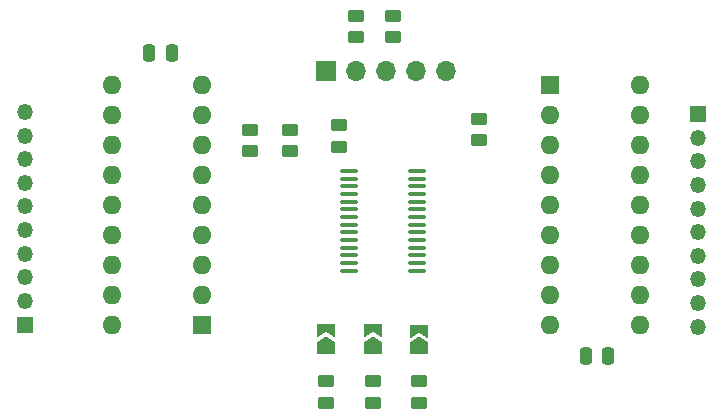
<source format=gbr>
%TF.GenerationSoftware,KiCad,Pcbnew,8.0.4*%
%TF.CreationDate,2024-10-03T18:10:01-05:00*%
%TF.ProjectId,Haptics PWM module,48617074-6963-4732-9050-574d206d6f64,rev?*%
%TF.SameCoordinates,Original*%
%TF.FileFunction,Soldermask,Top*%
%TF.FilePolarity,Negative*%
%FSLAX46Y46*%
G04 Gerber Fmt 4.6, Leading zero omitted, Abs format (unit mm)*
G04 Created by KiCad (PCBNEW 8.0.4) date 2024-10-03 18:10:01*
%MOMM*%
%LPD*%
G01*
G04 APERTURE LIST*
G04 Aperture macros list*
%AMRoundRect*
0 Rectangle with rounded corners*
0 $1 Rounding radius*
0 $2 $3 $4 $5 $6 $7 $8 $9 X,Y pos of 4 corners*
0 Add a 4 corners polygon primitive as box body*
4,1,4,$2,$3,$4,$5,$6,$7,$8,$9,$2,$3,0*
0 Add four circle primitives for the rounded corners*
1,1,$1+$1,$2,$3*
1,1,$1+$1,$4,$5*
1,1,$1+$1,$6,$7*
1,1,$1+$1,$8,$9*
0 Add four rect primitives between the rounded corners*
20,1,$1+$1,$2,$3,$4,$5,0*
20,1,$1+$1,$4,$5,$6,$7,0*
20,1,$1+$1,$6,$7,$8,$9,0*
20,1,$1+$1,$8,$9,$2,$3,0*%
%AMFreePoly0*
4,1,6,1.000000,0.000000,0.500000,-0.750000,-0.500000,-0.750000,-0.500000,0.750000,0.500000,0.750000,1.000000,0.000000,1.000000,0.000000,$1*%
%AMFreePoly1*
4,1,6,0.500000,-0.750000,-0.650000,-0.750000,-0.150000,0.000000,-0.650000,0.750000,0.500000,0.750000,0.500000,-0.750000,0.500000,-0.750000,$1*%
G04 Aperture macros list end*
%ADD10RoundRect,0.250000X0.450000X-0.262500X0.450000X0.262500X-0.450000X0.262500X-0.450000X-0.262500X0*%
%ADD11RoundRect,0.100000X-0.637500X-0.100000X0.637500X-0.100000X0.637500X0.100000X-0.637500X0.100000X0*%
%ADD12O,1.600000X1.600000*%
%ADD13R,1.600000X1.600000*%
%ADD14RoundRect,0.250000X-0.450000X0.262500X-0.450000X-0.262500X0.450000X-0.262500X0.450000X0.262500X0*%
%ADD15O,1.350000X1.350000*%
%ADD16R,1.350000X1.350000*%
%ADD17O,1.700000X1.700000*%
%ADD18R,1.700000X1.700000*%
%ADD19RoundRect,0.250000X-0.250000X-0.475000X0.250000X-0.475000X0.250000X0.475000X-0.250000X0.475000X0*%
%ADD20RoundRect,0.250000X0.250000X0.475000X-0.250000X0.475000X-0.250000X-0.475000X0.250000X-0.475000X0*%
%ADD21FreePoly0,90.000000*%
%ADD22FreePoly1,90.000000*%
G04 APERTURE END LIST*
D10*
%TO.C,R6*%
X99138456Y-65455167D03*
X99138456Y-63630167D03*
%TD*%
%TO.C,R5*%
X91591776Y-64011863D03*
X91591776Y-65836863D03*
%TD*%
%TO.C,R4*%
X95000000Y-64000000D03*
X95000000Y-65825000D03*
%TD*%
D11*
%TO.C,U3*%
X100000000Y-67500000D03*
X100000000Y-68150000D03*
X100000000Y-68800000D03*
X100000000Y-69450000D03*
X100000000Y-70100000D03*
X100000000Y-70750000D03*
X100000000Y-71400000D03*
X100000000Y-72050000D03*
X100000000Y-72700000D03*
X100000000Y-73350000D03*
X100000000Y-74000000D03*
X100000000Y-74650000D03*
X100000000Y-75300000D03*
X100000000Y-75950000D03*
X105725000Y-75950000D03*
X105725000Y-75300000D03*
X105725000Y-74650000D03*
X105725000Y-74000000D03*
X105725000Y-73350000D03*
X105725000Y-72700000D03*
X105725000Y-72050000D03*
X105725000Y-71400000D03*
X105725000Y-70750000D03*
X105725000Y-70100000D03*
X105725000Y-69450000D03*
X105725000Y-68800000D03*
X105725000Y-68150000D03*
X105725000Y-67500000D03*
%TD*%
D12*
%TO.C,U2*%
X124620000Y-60180000D03*
X124620000Y-62720000D03*
X124620000Y-65260000D03*
X124620000Y-67800000D03*
X124620000Y-70340000D03*
X124620000Y-72880000D03*
X124620000Y-75420000D03*
X124620000Y-77960000D03*
X124620000Y-80500000D03*
X117000000Y-80500000D03*
X117000000Y-77960000D03*
X117000000Y-75420000D03*
X117000000Y-72880000D03*
X117000000Y-70340000D03*
X117000000Y-67800000D03*
X117000000Y-65260000D03*
X117000000Y-62720000D03*
D13*
X117000000Y-60180000D03*
%TD*%
D12*
%TO.C,U1*%
X79930000Y-80500000D03*
X79930000Y-77960000D03*
X79930000Y-75420000D03*
X79930000Y-72880000D03*
X79930000Y-70340000D03*
X79930000Y-67800000D03*
X79930000Y-65260000D03*
X79930000Y-62720000D03*
X79930000Y-60180000D03*
X87550000Y-60180000D03*
X87550000Y-62720000D03*
X87550000Y-65260000D03*
X87550000Y-67800000D03*
X87550000Y-70340000D03*
X87550000Y-72880000D03*
X87550000Y-75420000D03*
X87550000Y-77960000D03*
D13*
X87550000Y-80500000D03*
%TD*%
D14*
%TO.C,R9*%
X100540790Y-54354932D03*
X100540790Y-56179932D03*
%TD*%
%TO.C,R8*%
X103723290Y-54354932D03*
X103723290Y-56179932D03*
%TD*%
D10*
%TO.C,R7*%
X111000000Y-64912500D03*
X111000000Y-63087500D03*
%TD*%
D14*
%TO.C,R3*%
X105917136Y-85314573D03*
X105917136Y-87139573D03*
%TD*%
%TO.C,R2*%
X102000000Y-87137500D03*
X102000000Y-85312500D03*
%TD*%
%TO.C,R1*%
X98000000Y-85312500D03*
X98000000Y-87137500D03*
%TD*%
D15*
%TO.C,J3*%
X129500000Y-80680000D03*
X129500000Y-78680000D03*
X129500000Y-76680000D03*
X129500000Y-74680000D03*
X129500000Y-72680000D03*
X129500000Y-70680000D03*
X129500000Y-68680000D03*
X129500000Y-66680000D03*
X129500000Y-64680000D03*
D16*
X129500000Y-62680000D03*
%TD*%
%TO.C,J2*%
X72550000Y-80500000D03*
D15*
X72550000Y-78500000D03*
X72550000Y-76500000D03*
X72550000Y-74500000D03*
X72550000Y-72500000D03*
X72550000Y-70500000D03*
X72550000Y-68500000D03*
X72550000Y-66500000D03*
X72550000Y-64500000D03*
X72550000Y-62500000D03*
%TD*%
D17*
%TO.C,J1*%
X108160000Y-59000000D03*
X105620000Y-59000000D03*
X103080000Y-59000000D03*
X100540000Y-59000000D03*
D18*
X98000000Y-59000000D03*
%TD*%
D19*
%TO.C,C2*%
X120000000Y-83180000D03*
X121900000Y-83180000D03*
%TD*%
D20*
%TO.C,C1*%
X83050000Y-57500000D03*
X84950000Y-57500000D03*
%TD*%
D21*
%TO.C,A0*%
X98000000Y-82450000D03*
D22*
X98000000Y-81000000D03*
%TD*%
D21*
%TO.C,A1*%
X102000000Y-82450000D03*
D22*
X102000000Y-81000000D03*
%TD*%
D21*
%TO.C,A2*%
X105917136Y-82467442D03*
D22*
X105917136Y-81017442D03*
%TD*%
M02*

</source>
